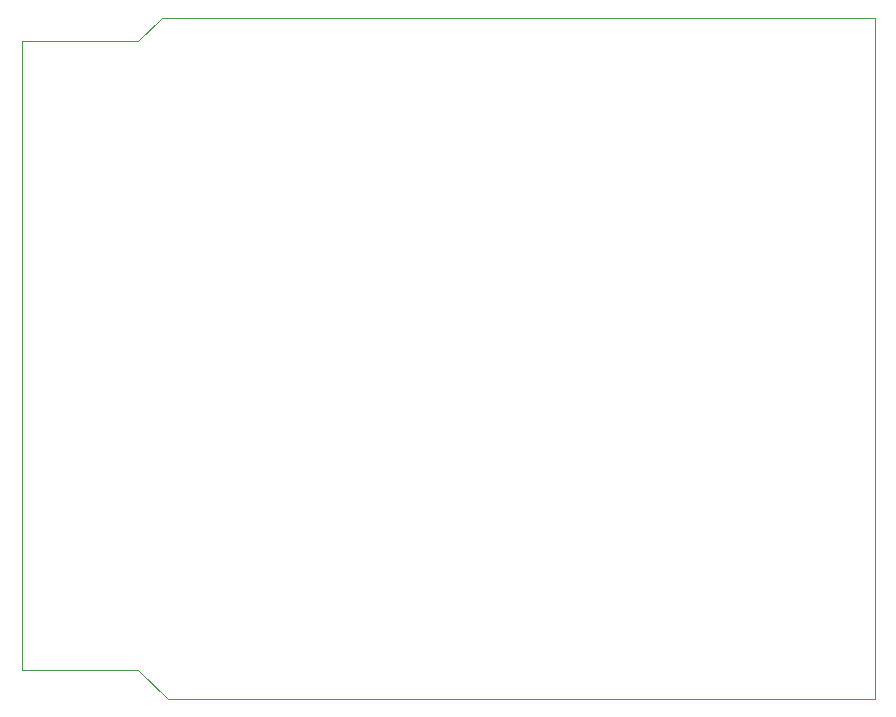
<source format=gbr>
%TF.GenerationSoftware,KiCad,Pcbnew,6.0.5-a6ca702e91~116~ubuntu21.10.1*%
%TF.CreationDate,2022-11-22T05:59:28-07:00*%
%TF.ProjectId,DB25_External,44423235-5f45-4787-9465-726e616c2e6b,rev?*%
%TF.SameCoordinates,Original*%
%TF.FileFunction,Profile,NP*%
%FSLAX46Y46*%
G04 Gerber Fmt 4.6, Leading zero omitted, Abs format (unit mm)*
G04 Created by KiCad (PCBNEW 6.0.5-a6ca702e91~116~ubuntu21.10.1) date 2022-11-22 05:59:28*
%MOMM*%
%LPD*%
G01*
G04 APERTURE LIST*
%TA.AperFunction,Profile*%
%ADD10C,0.100000*%
%TD*%
G04 APERTURE END LIST*
D10*
X100025200Y-127304800D02*
X100025200Y-74066400D01*
X172212000Y-129794000D02*
X112369600Y-129794000D01*
X100025200Y-74066400D02*
X109880400Y-74066400D01*
X109880400Y-127304800D02*
X112369600Y-129794000D01*
X172212000Y-72085200D02*
X172212000Y-129794000D01*
X100025200Y-127304800D02*
X109880400Y-127304800D01*
X109880400Y-74066400D02*
X111861600Y-72085200D01*
X111861600Y-72085200D02*
X172212000Y-72085200D01*
M02*

</source>
